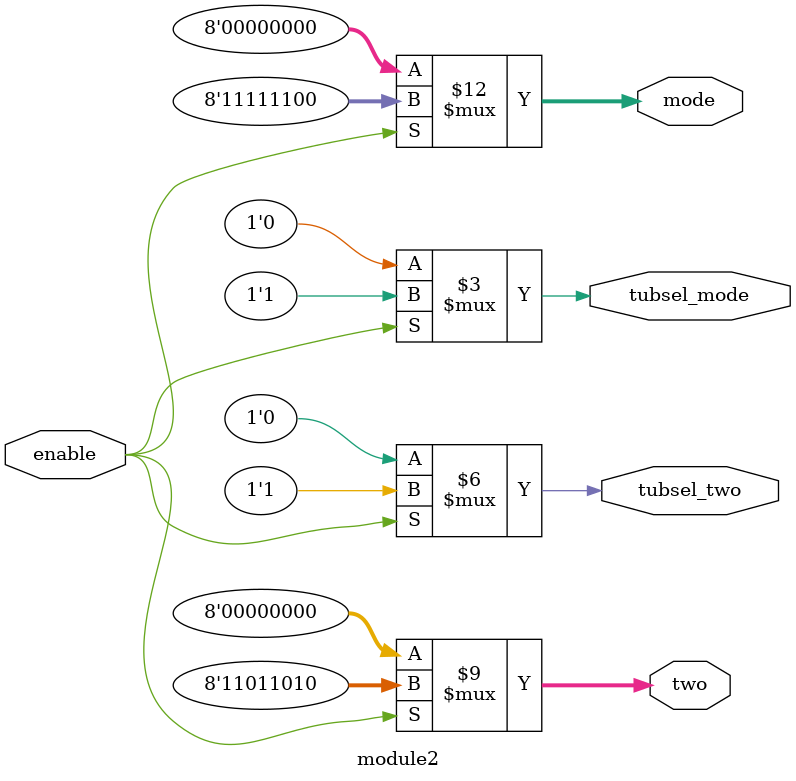
<source format=v>
module module2(
    input enable,
    output reg[7:0] mode,
    output reg[7:0] two,
    output reg tubsel_mode,
    output reg tubsel_two
    );
    
        always @* begin
            if(enable)begin
                mode=8'b1111_1100;
                two = 8'b1101_1010;
                tubsel_two=1'b1;
                tubsel_mode=1'b1;
            end
            else begin
                mode=8'b0000_0000;
                two=8'b0000_0000;
                tubsel_two=1'b0;
                tubsel_mode=1'b0;
            end
        end
endmodule
</source>
